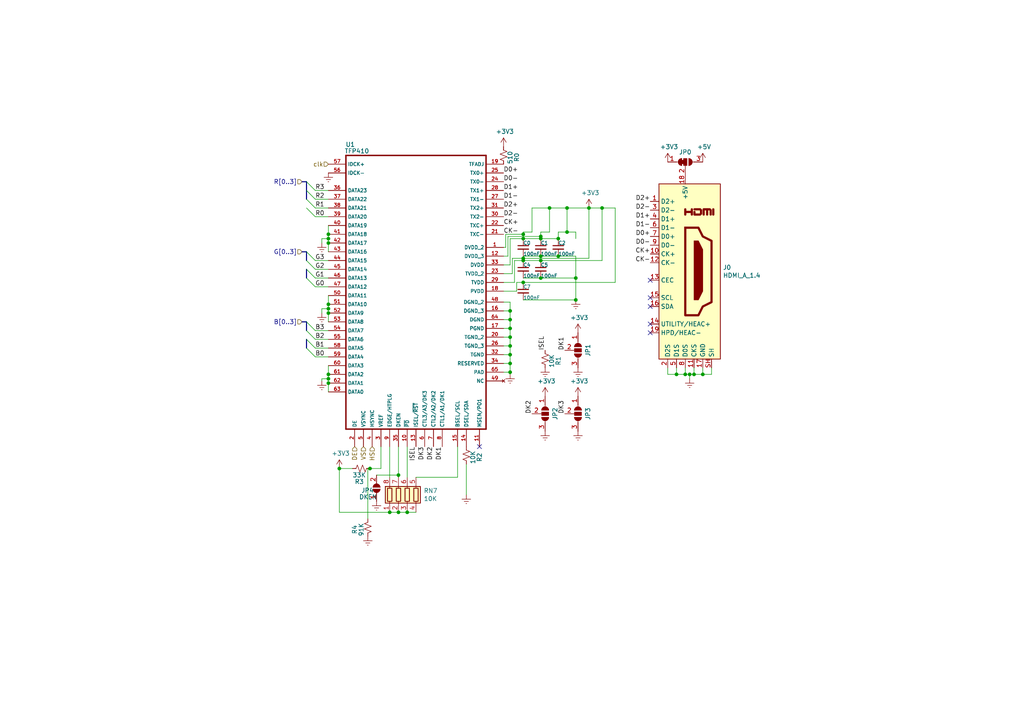
<source format=kicad_sch>
(kicad_sch (version 20200512) (host eeschema "(5.99.0-1662-g9db296991)")
  (page 1 3)
  (paper "A4")
  (lib_symbols
    (symbol "Connector:HDMI_A_1.4" (pin_names (offset 0.508))
      (property "Reference" "J" (at -6.35 26.67 0))
      (property "Value" "HDMI_A_1.4" (at 10.16 26.67 0))
      (symbol "HDMI_A_1.4_0_1"
        (rectangle (start -7.62 25.4) (end 10.16 -25.4) (stroke (width 0.254)) (fill (type background)))
        (polyline (pts (xy 2.54 8.89) (xy 3.81 8.89) (xy 5.08 6.35) (xy 5.08 -5.715) (xy 3.81 -8.255) (xy 2.54 -8.255) (xy 2.54 8.89)) (fill (type outline)))
        (polyline (pts (xy 5.334 16.51) (xy 5.334 18.034) (xy 6.35 18.034) (xy 6.35 16.51) (xy 6.35 18.034) (xy 7.112 18.034) (xy 7.366 17.78) (xy 7.366 16.51)) (stroke (width 0.635)))
        (polyline (pts (xy 0 12.7) (xy 0 -12.7) (xy 3.81 -12.7) (xy 5.08 -10.16) (xy 7.62 -8.89) (xy 7.62 8.89) (xy 5.08 10.16) (xy 3.81 12.7) (xy 0 12.7)) (stroke (width 0.635)))
      )
      (symbol "HDMI_A_1.4_0_0"
        (polyline (pts (xy 8.128 16.51) (xy 8.128 18.034)) (stroke (width 0.635)))
        (polyline (pts (xy 0 16.51) (xy 0 18.034) (xy 0 17.272) (xy 1.905 17.272) (xy 1.905 18.034) (xy 1.905 16.51)) (stroke (width 0.635)))
        (polyline (pts (xy 2.667 18.034) (xy 4.318 18.034) (xy 4.572 17.78) (xy 4.572 16.764) (xy 4.318 16.51) (xy 2.667 16.51) (xy 2.667 17.272)) (stroke (width 0.635)))
      )
      (symbol "HDMI_A_1.4_1_1"
        (pin passive line (at -10.16 20.32 0) (length 2.54) (name "D2+") (number "1"))
        (pin passive line (at -10.16 5.08 0) (length 2.54) (name "CK+") (number "10"))
        (pin power_in line (at 2.54 -27.94 90) (length 2.54) (name "CKS") (number "11"))
        (pin passive line (at -10.16 2.54 0) (length 2.54) (name "CK-") (number "12"))
        (pin bidirectional line (at -10.16 -2.54 0) (length 2.54) (name "CEC") (number "13"))
        (pin passive line (at -10.16 -15.24 0) (length 2.54) (name "UTILITY/HEAC+") (number "14"))
        (pin passive line (at -10.16 -7.62 0) (length 2.54) (name "SCL") (number "15"))
        (pin bidirectional line (at -10.16 -10.16 0) (length 2.54) (name "SDA") (number "16"))
        (pin power_in line (at 5.08 -27.94 90) (length 2.54) (name "GND") (number "17"))
        (pin power_in line (at 0 27.94 270) (length 2.54) (name "+5V") (number "18"))
        (pin passive line (at -10.16 -17.78 0) (length 2.54) (name "HPD/HEAC-") (number "19"))
        (pin power_in line (at -5.08 -27.94 90) (length 2.54) (name "D2S") (number "2"))
        (pin passive line (at -10.16 17.78 0) (length 2.54) (name "D2-") (number "3"))
        (pin passive line (at -10.16 15.24 0) (length 2.54) (name "D1+") (number "4"))
        (pin power_in line (at -2.54 -27.94 90) (length 2.54) (name "D1S") (number "5"))
        (pin passive line (at -10.16 12.7 0) (length 2.54) (name "D1-") (number "6"))
        (pin passive line (at -10.16 10.16 0) (length 2.54) (name "D0+") (number "7"))
        (pin power_in line (at 0 -27.94 90) (length 2.54) (name "D0S") (number "8"))
        (pin passive line (at -10.16 7.62 0) (length 2.54) (name "D0-") (number "9"))
        (pin passive line (at 7.62 -27.94 90) (length 2.54) (name "SH") (number "SH"))
      )
    )
    (symbol "Custom_Symbols:TFP_410"
      (property "Reference" "U" (at 19.05 31.75 0))
      (property "Value" "TFP_410" (at 20.32 36.83 0))
      (symbol "TFP_410_1_1"
        (polyline (pts (xy 0 0) (xy 40.64 0)) (stroke (width 0.4064)))
        (polyline (pts (xy 0 79.375) (xy 0 0)) (stroke (width 0.4064)))
        (polyline (pts (xy 40.64 0) (xy 40.64 79.375)) (stroke (width 0.4064)))
        (polyline (pts (xy 40.64 79.375) (xy 0 79.375)) (stroke (width 0.4064)))
        (pin power_in line (at 45.72 52.705 180) (length 5.08) (name "DVDD_2") (number "1"))
        (pin input line (at 17.78 -5.08 90) (length 5.08) (name "~PD") (number "10"))
        (pin output line (at 38.735 -5.08 90) (length 5.08) (name "MSEN/PO1") (number "11"))
        (pin power_in line (at 45.72 50.165 180) (length 5.08) (name "DVDD_3") (number "12"))
        (pin input line (at 20.32 -5.08 90) (length 5.08) (name "ISEL/~RST") (number "13"))
        (pin bidirectional line (at 34.925 -5.08 90) (length 5.08) (name "DSEL/SDA") (number "14"))
        (pin input line (at 32.385 -5.08 90) (length 5.08) (name "BSEL/SCL") (number "15"))
        (pin passive line (at 45.72 34.29 180) (length 5.08) (name "DGND_3") (number "16"))
        (pin passive line (at 45.72 29.21 180) (length 5.08) (name "PGND") (number "17"))
        (pin power_in line (at 45.72 40.005 180) (length 5.08) (name "PVDD") (number "18"))
        (pin input line (at 45.72 76.835 180) (length 5.08) (name "TFADJ") (number "19"))
        (pin input line (at 2.54 -5.08 90) (length 5.08) (name "DE") (number "2"))
        (pin passive line (at 45.72 26.67 180) (length 5.08) (name "TGND_2") (number "20"))
        (pin output line (at 45.72 56.515 180) (length 5.08) (name "TXC-") (number "21"))
        (pin output line (at 45.72 59.055 180) (length 5.08) (name "TXC+") (number "22"))
        (pin power_in line (at 45.72 45.085 180) (length 5.08) (name "TVDD_2") (number "23"))
        (pin output line (at 45.72 71.755 180) (length 5.08) (name "TX0-") (number "24"))
        (pin output line (at 45.72 74.295 180) (length 5.08) (name "TX0+") (number "25"))
        (pin passive line (at 45.72 24.13 180) (length 5.08) (name "TGND_3") (number "26"))
        (pin output line (at 45.72 66.675 180) (length 5.08) (name "TX1-") (number "27"))
        (pin output line (at 45.72 69.215 180) (length 5.08) (name "TX1+") (number "28"))
        (pin power_in line (at 45.72 42.545 180) (length 5.08) (name "TVDD") (number "29"))
        (pin input line (at 10.16 -5.08 90) (length 5.08) (name "VREF") (number "3"))
        (pin output line (at 45.72 61.595 180) (length 5.08) (name "TX2-") (number "30"))
        (pin output line (at 45.72 64.135 180) (length 5.08) (name "TX2+") (number "31"))
        (pin passive line (at 45.72 21.59 180) (length 5.08) (name "TGND") (number "32"))
        (pin power_in line (at 45.72 47.625 180) (length 5.08) (name "DVDD") (number "33"))
        (pin passive line (at 45.72 19.05 180) (length 5.08) (name "RESERVED") (number "34"))
        (pin input line (at 15.24 -5.08 90) (length 5.08) (name "DKEN") (number "35"))
        (pin input line (at -5.08 69.215 0) (length 5.08) (name "DATA23") (number "36"))
        (pin input line (at -5.08 66.675 0) (length 5.08) (name "DATA22") (number "37"))
        (pin input line (at -5.08 64.135 0) (length 5.08) (name "DATA21") (number "38"))
        (pin input line (at -5.08 61.595 0) (length 5.08) (name "DATA20") (number "39"))
        (pin input line (at 7.62 -5.08 90) (length 5.08) (name "HSYNC") (number "4"))
        (pin input line (at -5.08 59.055 0) (length 5.08) (name "DATA19") (number "40"))
        (pin input line (at -5.08 56.515 0) (length 5.08) (name "DATA18") (number "41"))
        (pin input line (at -5.08 53.975 0) (length 5.08) (name "DATA17") (number "42"))
        (pin input line (at -5.08 51.435 0) (length 5.08) (name "DATA16") (number "43"))
        (pin input line (at -5.08 48.895 0) (length 5.08) (name "DATA15") (number "44"))
        (pin input line (at -5.08 46.355 0) (length 5.08) (name "DATA14") (number "45"))
        (pin input line (at -5.08 43.815 0) (length 5.08) (name "DATA13") (number "46"))
        (pin input line (at -5.08 41.275 0) (length 5.08) (name "DATA12") (number "47"))
        (pin passive line (at 45.72 36.83 180) (length 5.08) (name "DGND_2") (number "48"))
        (pin unconnected line (at 45.72 13.97 180) (length 5.08) (name "NC") (number "49"))
        (pin input line (at 5.08 -5.08 90) (length 5.08) (name "VSYNC") (number "5"))
        (pin input line (at -5.08 38.735 0) (length 5.08) (name "DATA11") (number "50"))
        (pin input line (at -5.08 36.195 0) (length 5.08) (name "DATA10") (number "51"))
        (pin input line (at -5.08 33.655 0) (length 5.08) (name "DATA9") (number "52"))
        (pin input line (at -5.08 31.115 0) (length 5.08) (name "DATA8") (number "53"))
        (pin input line (at -5.08 28.575 0) (length 5.08) (name "DATA7") (number "54"))
        (pin input line (at -5.08 26.035 0) (length 5.08) (name "DATA6") (number "55"))
        (pin input line (at -5.08 74.295 0) (length 5.08) (name "IDCK-") (number "56"))
        (pin input line (at -5.08 76.835 0) (length 5.08) (name "IDCK+") (number "57"))
        (pin input line (at -5.08 23.495 0) (length 5.08) (name "DATA5") (number "58"))
        (pin input line (at -5.08 20.955 0) (length 5.08) (name "DATA4") (number "59"))
        (pin input line (at 22.86 -5.08 90) (length 5.08) (name "CTL3/A3/DK3") (number "6"))
        (pin input line (at -5.08 18.415 0) (length 5.08) (name "DATA3") (number "60"))
        (pin input line (at -5.08 15.875 0) (length 5.08) (name "DATA2") (number "61"))
        (pin input line (at -5.08 13.335 0) (length 5.08) (name "DATA1") (number "62"))
        (pin input line (at -5.08 10.795 0) (length 5.08) (name "DATA0") (number "63"))
        (pin passive line (at 45.72 31.75 180) (length 5.08) (name "DGND") (number "64"))
        (pin passive line (at 45.72 16.51 180) (length 5.08) (name "PAD") (number "65"))
        (pin input line (at 25.4 -5.08 90) (length 5.08) (name "CTL2/A2/DK2") (number "7"))
        (pin input line (at 27.94 -5.08 90) (length 5.08) (name "CTL1/A1/DK1") (number "8"))
        (pin input line (at 12.7 -5.08 90) (length 5.08) (name "EDGE/HTPLG") (number "9"))
      )
    )
    (symbol "Device:C_Small" (pin_numbers hide) (pin_names (offset 0.254) hide)
      (property "Reference" "C" (at 0.254 1.778 0))
      (property "Value" "C_Small" (at 0.254 -2.032 0))
      (symbol "C_Small_0_1"
        (polyline (pts (xy -1.524 -0.508) (xy 1.524 -0.508)) (stroke (width 0.3302)))
        (polyline (pts (xy -1.524 0.508) (xy 1.524 0.508)) (stroke (width 0.3048)))
      )
      (symbol "C_Small_1_1"
        (pin passive line (at 0 2.54 270) (length 2.032) (name "~") (number "1"))
        (pin passive line (at 0 -2.54 90) (length 2.032) (name "~") (number "2"))
      )
    )
    (symbol "Device:R_Pack04" (pin_names (offset 0) hide)
      (property "Reference" "RN" (at -7.62 0 90))
      (property "Value" "R_Pack04" (at 5.08 0 90))
      (symbol "R_Pack04_0_1"
        (rectangle (start -3.175 1.905) (end -1.905 -1.905) (stroke (width 0.254)))
        (rectangle (start -5.715 1.905) (end -4.445 -1.905) (stroke (width 0.254)))
        (rectangle (start -0.635 1.905) (end 0.635 -1.905) (stroke (width 0.254)))
        (rectangle (start -6.35 -2.413) (end 3.81 2.413) (stroke (width 0.254)) (fill (type background)))
        (rectangle (start 1.905 1.905) (end 3.175 -1.905) (stroke (width 0.254)))
        (polyline (pts (xy -2.54 -2.54) (xy -2.54 -1.905)))
        (polyline (pts (xy -2.54 1.905) (xy -2.54 2.54)))
        (polyline (pts (xy -5.08 -2.54) (xy -5.08 -1.905)))
        (polyline (pts (xy -5.08 1.905) (xy -5.08 2.54)))
        (polyline (pts (xy 0 -2.54) (xy 0 -1.905)))
        (polyline (pts (xy 0 1.905) (xy 0 2.54)))
        (polyline (pts (xy 2.54 -2.54) (xy 2.54 -1.905)))
        (polyline (pts (xy 2.54 1.905) (xy 2.54 2.54)))
      )
      (symbol "R_Pack04_1_1"
        (pin passive line (at -5.08 -5.08 90) (length 2.54) (name "R1.1") (number "1"))
        (pin passive line (at -5.08 5.08 270) (length 2.54) (name "R1.2") (number "8"))
        (pin passive line (at -2.54 -5.08 90) (length 2.54) (name "R2.1") (number "2"))
        (pin passive line (at -2.54 5.08 270) (length 2.54) (name "R2.2") (number "7"))
        (pin passive line (at 0 -5.08 90) (length 2.54) (name "R3.1") (number "3"))
        (pin passive line (at 0 5.08 270) (length 2.54) (name "R3.2") (number "6"))
        (pin passive line (at 2.54 -5.08 90) (length 2.54) (name "R4.1") (number "4"))
        (pin passive line (at 2.54 5.08 270) (length 2.54) (name "R4.2") (number "5"))
      )
    )
    (symbol "Device:R_Small_US" (pin_numbers hide) (pin_names (offset 0.254) hide)
      (property "Reference" "R" (at 0.762 0.508 0))
      (property "Value" "R_Small_US" (at 0.762 -1.016 0))
      (symbol "R_Small_US_1_1"
        (polyline (pts (xy 0 0) (xy 1.016 -0.381) (xy 0 -0.762) (xy -1.016 -1.143) (xy 0 -1.524)))
        (polyline (pts (xy 0 1.524) (xy 1.016 1.143) (xy 0 0.762) (xy -1.016 0.381) (xy 0 0)))
        (pin passive line (at 0 2.54 270) (length 1.016) (name "~") (number "1"))
        (pin passive line (at 0 -2.54 90) (length 1.016) (name "~") (number "2"))
      )
    )
    (symbol "Jumper:SolderJumper_2_Open" (pin_names (offset 0) hide)
      (property "Reference" "JP" (at 0 2.032 0))
      (property "Value" "SolderJumper_2_Open" (at 0 -2.54 0))
      (symbol "SolderJumper_2_Open_0_1"
        (arc (start -0.254 1.016) (end -0.254 -1.016) (radius (at -0.254 0) (length 1.016) (angles 90.1 -90.1)))
        (arc (start -0.254 1.016) (end -0.254 -1.016) (radius (at -0.254 0) (length 1.016) (angles 90.1 -90.1)) (fill (type outline)))
        (arc (start 0.254 -1.016) (end 0.254 1.016) (radius (at 0.254 0) (length 1.016) (angles -89.9 89.9)))
        (arc (start 0.254 -1.016) (end 0.254 1.016) (radius (at 0.254 0) (length 1.016) (angles -89.9 89.9)) (fill (type outline)))
        (polyline (pts (xy -0.254 1.016) (xy -0.254 -1.016)))
        (polyline (pts (xy 0.254 1.016) (xy 0.254 -1.016)))
      )
      (symbol "SolderJumper_2_Open_1_1"
        (pin passive line (at -3.81 0 0) (length 2.54) (name "A") (number "1"))
        (pin passive line (at 3.81 0 180) (length 2.54) (name "B") (number "2"))
      )
    )
    (symbol "Jumper:SolderJumper_3_Bridged12" (pin_names (offset 0) hide)
      (property "Reference" "JP" (at -2.54 -2.54 0))
      (property "Value" "SolderJumper_3_Bridged12" (at 0 2.794 0))
      (symbol "SolderJumper_3_Bridged12_0_1"
        (arc (start -1.016 1.016) (end -1.016 -1.016) (radius (at -1.016 0) (length 1.016) (angles 90.1 -90.1)))
        (arc (start -1.016 1.016) (end -1.016 -1.016) (radius (at -1.016 0) (length 1.016) (angles 90.1 -90.1)) (fill (type outline)))
        (arc (start 1.016 -1.016) (end 1.016 1.016) (radius (at 1.016 0) (length 1.016) (angles -89.9 89.9)))
        (arc (start 1.016 -1.016) (end 1.016 1.016) (radius (at 1.016 0) (length 1.016) (angles -89.9 89.9)) (fill (type outline)))
        (rectangle (start -1.016 0.508) (end -0.508 -0.508) (fill (type outline)))
        (rectangle (start -0.508 1.016) (end 0.508 -1.016) (fill (type outline)))
        (polyline (pts (xy -2.54 0) (xy -2.032 0)))
        (polyline (pts (xy -1.016 1.016) (xy -1.016 -1.016)))
        (polyline (pts (xy 0 -1.27) (xy 0 -1.016)))
        (polyline (pts (xy 1.016 1.016) (xy 1.016 -1.016)))
        (polyline (pts (xy 2.54 0) (xy 2.032 0)))
      )
      (symbol "SolderJumper_3_Bridged12_1_1"
        (pin passive line (at -5.08 0 0) (length 2.54) (name "A") (number "1"))
        (pin input line (at 0 -3.81 90) (length 2.54) (name "C") (number "2"))
        (pin passive line (at 5.08 0 180) (length 2.54) (name "B") (number "3"))
      )
    )
    (symbol "Jumper:SolderJumper_3_Open" (pin_names (offset 0) hide)
      (property "Reference" "JP" (at -2.54 -2.54 0))
      (property "Value" "SolderJumper_3_Open" (at 0 2.794 0))
      (symbol "SolderJumper_3_Open_0_1"
        (arc (start -1.016 1.016) (end -1.016 -1.016) (radius (at -1.016 0) (length 1.016) (angles 90.1 -90.1)))
        (arc (start -1.016 1.016) (end -1.016 -1.016) (radius (at -1.016 0) (length 1.016) (angles 90.1 -90.1)) (fill (type outline)))
        (arc (start 1.016 -1.016) (end 1.016 1.016) (radius (at 1.016 0) (length 1.016) (angles -89.9 89.9)))
        (arc (start 1.016 -1.016) (end 1.016 1.016) (radius (at 1.016 0) (length 1.016) (angles -89.9 89.9)) (fill (type outline)))
        (rectangle (start -0.508 1.016) (end 0.508 -1.016) (fill (type outline)))
        (polyline (pts (xy -2.54 0) (xy -2.032 0)))
        (polyline (pts (xy -1.016 1.016) (xy -1.016 -1.016)))
        (polyline (pts (xy 0 -1.27) (xy 0 -1.016)))
        (polyline (pts (xy 1.016 1.016) (xy 1.016 -1.016)))
        (polyline (pts (xy 2.54 0) (xy 2.032 0)))
      )
      (symbol "SolderJumper_3_Open_1_1"
        (pin passive line (at -5.08 0 0) (length 2.54) (name "A") (number "1"))
        (pin input line (at 0 -3.81 90) (length 2.54) (name "C") (number "2"))
        (pin passive line (at 5.08 0 180) (length 2.54) (name "B") (number "3"))
      )
    )
    (symbol "power:+3V3" (power) (pin_names (offset 0))
      (property "Value" "+3V3" (at 0 3.556 0))
      (symbol "+3V3_0_1"
        (polyline (pts (xy -0.762 1.27) (xy 0 2.54)))
        (polyline (pts (xy 0 0) (xy 0 2.54)))
        (polyline (pts (xy 0 2.54) (xy 0.762 1.27)))
      )
      (symbol "+3V3_1_1"
        (pin power_in line (at 0 0 90) (length 0) (name "+3V3") (number "1") hide)
      )
    )
    (symbol "power:+5V" (power) (pin_names (offset 0))
      (property "Value" "+5V" (at 0 3.556 0))
      (symbol "+5V_0_1"
        (polyline (pts (xy -0.762 1.27) (xy 0 2.54)))
        (polyline (pts (xy 0 0) (xy 0 2.54)))
        (polyline (pts (xy 0 2.54) (xy 0.762 1.27)))
      )
      (symbol "+5V_1_1"
        (pin power_in line (at 0 0 90) (length 0) (name "+5V") (number "1") hide)
      )
    )
    (symbol "power:GNDREF" (power) (pin_names (offset 0))
      (property "Value" "GNDREF" (at 0 -3.81 0))
      (symbol "GNDREF_0_1"
        (polyline (pts (xy -0.635 -1.905) (xy 0.635 -1.905)))
        (polyline (pts (xy -0.127 -2.54) (xy 0.127 -2.54)))
        (polyline (pts (xy 0 -1.27) (xy 0 0)))
        (polyline (pts (xy 1.27 -1.27) (xy -1.27 -1.27)))
      )
      (symbol "GNDREF_1_1"
        (pin power_in line (at 0 0 270) (length 0) (name "GNDREF") (number "1") hide)
      )
    )
  )
  (junction (at 95.25 67.945))
  (junction (at 95.25 69.215))
  (junction (at 95.25 70.485))
  (junction (at 95.25 88.265))
  (junction (at 95.25 89.535))
  (junction (at 95.25 90.805))
  (junction (at 95.25 108.585))
  (junction (at 95.25 109.855))
  (junction (at 95.25 111.125))
  (junction (at 98.425 135.89))
  (junction (at 107.315 135.89))
  (junction (at 113.03 148.59))
  (junction (at 115.57 137.795))
  (junction (at 115.57 148.59))
  (junction (at 118.11 148.59))
  (junction (at 147.955 90.17))
  (junction (at 147.955 92.71))
  (junction (at 147.955 95.25))
  (junction (at 147.955 97.79))
  (junction (at 147.955 100.33))
  (junction (at 147.955 102.87))
  (junction (at 147.955 105.41))
  (junction (at 147.955 107.95))
  (junction (at 151.765 67.945))
  (junction (at 151.765 69.215))
  (junction (at 151.765 74.93))
  (junction (at 151.765 75.565))
  (junction (at 151.765 81.915))
  (junction (at 156.845 68.58))
  (junction (at 156.845 69.215))
  (junction (at 156.845 74.295))
  (junction (at 156.845 75.565))
  (junction (at 156.845 80.645))
  (junction (at 159.385 60.325))
  (junction (at 161.925 69.215))
  (junction (at 161.925 74.295))
  (junction (at 164.465 60.325))
  (junction (at 164.465 67.31))
  (junction (at 167.005 80.645))
  (junction (at 167.005 86.995))
  (junction (at 170.815 60.325))
  (junction (at 174.625 60.325))
  (junction (at 196.215 108.585))
  (junction (at 198.755 108.585))
  (junction (at 200.025 108.585))
  (junction (at 201.295 108.585))
  (junction (at 203.835 108.585))
  (no_connect (at 188.595 93.98))
  (no_connect (at 188.595 86.36))
  (no_connect (at 188.595 88.9))
  (no_connect (at 188.595 81.28))
  (no_connect (at 188.595 96.52))
  (no_connect (at 139.065 129.54))
  (bus_entry (at 88.9 52.705) (size 2.54 2.54))
  (bus_entry (at 88.9 55.245) (size 2.54 2.54))
  (bus_entry (at 88.9 57.785) (size 2.54 2.54))
  (bus_entry (at 88.9 60.325) (size 2.54 2.54))
  (bus_entry (at 88.9 73.025) (size 2.54 2.54))
  (bus_entry (at 88.9 75.565) (size 2.54 2.54))
  (bus_entry (at 88.9 78.105) (size 2.54 2.54))
  (bus_entry (at 88.9 80.645) (size 2.54 2.54))
  (bus_entry (at 88.9 93.345) (size 2.54 2.54))
  (bus_entry (at 88.9 95.885) (size 2.54 2.54))
  (bus_entry (at 88.9 98.425) (size 2.54 2.54))
  (bus_entry (at 88.9 100.965) (size 2.54 2.54))
  (wire (pts (xy 91.44 55.245) (xy 95.25 55.245)))
  (wire (pts (xy 91.44 60.325) (xy 95.25 60.325)))
  (wire (pts (xy 91.44 80.645) (xy 95.25 80.645)))
  (wire (pts (xy 93.345 69.215) (xy 95.25 69.215)))
  (wire (pts (xy 93.345 70.485) (xy 93.345 69.215)))
  (wire (pts (xy 93.345 89.535) (xy 95.25 89.535)))
  (wire (pts (xy 93.345 90.805) (xy 93.345 89.535)))
  (wire (pts (xy 93.345 109.855) (xy 95.25 109.855)))
  (wire (pts (xy 93.345 110.49) (xy 93.345 109.855)))
  (wire (pts (xy 95.25 57.785) (xy 91.44 57.785)))
  (wire (pts (xy 95.25 62.865) (xy 91.44 62.865)))
  (wire (pts (xy 95.25 65.405) (xy 95.25 67.945)))
  (wire (pts (xy 95.25 67.945) (xy 95.25 69.215)))
  (wire (pts (xy 95.25 69.215) (xy 95.25 70.485)))
  (wire (pts (xy 95.25 70.485) (xy 95.25 73.025)))
  (wire (pts (xy 95.25 75.565) (xy 91.44 75.565)))
  (wire (pts (xy 95.25 78.105) (xy 91.44 78.105)))
  (wire (pts (xy 95.25 83.185) (xy 91.44 83.185)))
  (wire (pts (xy 95.25 85.725) (xy 95.25 88.265)))
  (wire (pts (xy 95.25 88.265) (xy 95.25 89.535)))
  (wire (pts (xy 95.25 89.535) (xy 95.25 90.805)))
  (wire (pts (xy 95.25 90.805) (xy 95.25 93.345)))
  (wire (pts (xy 95.25 95.885) (xy 91.44 95.885)))
  (wire (pts (xy 95.25 98.425) (xy 91.44 98.425)))
  (wire (pts (xy 95.25 100.965) (xy 91.44 100.965)))
  (wire (pts (xy 95.25 103.505) (xy 91.44 103.505)))
  (wire (pts (xy 95.25 106.045) (xy 95.25 108.585)))
  (wire (pts (xy 95.25 108.585) (xy 95.25 109.855)))
  (wire (pts (xy 95.25 109.855) (xy 95.25 111.125)))
  (wire (pts (xy 95.25 111.125) (xy 95.25 113.665)))
  (wire (pts (xy 98.425 135.89) (xy 98.425 148.59)))
  (wire (pts (xy 98.425 148.59) (xy 113.03 148.59)))
  (wire (pts (xy 102.235 135.89) (xy 98.425 135.89)))
  (wire (pts (xy 106.68 135.89) (xy 107.315 135.89)))
  (wire (pts (xy 106.68 150.495) (xy 106.68 135.89)))
  (wire (pts (xy 109.22 137.795) (xy 115.57 137.795)))
  (wire (pts (xy 110.49 129.54) (xy 110.49 135.89)))
  (wire (pts (xy 110.49 135.89) (xy 107.315 135.89)))
  (wire (pts (xy 113.03 129.54) (xy 113.03 138.43)))
  (wire (pts (xy 113.03 148.59) (xy 115.57 148.59)))
  (wire (pts (xy 115.57 129.54) (xy 115.57 137.795)))
  (wire (pts (xy 115.57 137.795) (xy 115.57 138.43)))
  (wire (pts (xy 115.57 148.59) (xy 118.11 148.59)))
  (wire (pts (xy 118.11 129.54) (xy 118.11 138.43)))
  (wire (pts (xy 118.11 148.59) (xy 120.65 148.59)))
  (wire (pts (xy 132.715 129.54) (xy 132.715 138.43)))
  (wire (pts (xy 132.715 138.43) (xy 120.65 138.43)))
  (wire (pts (xy 135.255 134.62) (xy 135.255 143.51)))
  (wire (pts (xy 146.05 71.755) (xy 146.685 71.755)))
  (wire (pts (xy 146.05 74.295) (xy 147.32 74.295)))
  (wire (pts (xy 146.05 76.835) (xy 147.955 76.835)))
  (wire (pts (xy 146.05 79.375) (xy 148.59 79.375)))
  (wire (pts (xy 146.05 81.915) (xy 149.225 81.915)))
  (wire (pts (xy 146.05 84.455) (xy 149.86 84.455)))
  (wire (pts (xy 146.05 87.63) (xy 147.955 87.63)))
  (wire (pts (xy 146.05 90.17) (xy 147.955 90.17)))
  (wire (pts (xy 146.05 95.25) (xy 147.955 95.25)))
  (wire (pts (xy 146.05 100.33) (xy 147.955 100.33)))
  (wire (pts (xy 146.05 105.41) (xy 147.955 105.41)))
  (wire (pts (xy 146.685 67.945) (xy 151.765 67.945)))
  (wire (pts (xy 146.685 71.755) (xy 146.685 67.945)))
  (wire (pts (xy 147.32 68.58) (xy 156.845 68.58)))
  (wire (pts (xy 147.32 74.295) (xy 147.32 68.58)))
  (wire (pts (xy 147.955 69.215) (xy 147.955 76.835)))
  (wire (pts (xy 147.955 69.215) (xy 151.765 69.215)))
  (wire (pts (xy 147.955 87.63) (xy 147.955 90.17)))
  (wire (pts (xy 147.955 90.17) (xy 147.955 92.71)))
  (wire (pts (xy 147.955 92.71) (xy 146.05 92.71)))
  (wire (pts (xy 147.955 92.71) (xy 147.955 95.25)))
  (wire (pts (xy 147.955 95.25) (xy 147.955 97.79)))
  (wire (pts (xy 147.955 97.79) (xy 146.05 97.79)))
  (wire (pts (xy 147.955 97.79) (xy 147.955 100.33)))
  (wire (pts (xy 147.955 100.33) (xy 147.955 102.87)))
  (wire (pts (xy 147.955 102.87) (xy 146.05 102.87)))
  (wire (pts (xy 147.955 102.87) (xy 147.955 105.41)))
  (wire (pts (xy 147.955 105.41) (xy 147.955 107.95)))
  (wire (pts (xy 147.955 107.95) (xy 146.05 107.95)))
  (wire (pts (xy 147.955 108.585) (xy 147.955 107.95)))
  (wire (pts (xy 148.59 74.93) (xy 151.765 74.93)))
  (wire (pts (xy 148.59 79.375) (xy 148.59 74.93)))
  (wire (pts (xy 149.225 75.565) (xy 151.765 75.565)))
  (wire (pts (xy 149.225 81.915) (xy 149.225 75.565)))
  (wire (pts (xy 149.86 81.915) (xy 151.765 81.915)))
  (wire (pts (xy 149.86 84.455) (xy 149.86 81.915)))
  (wire (pts (xy 151.765 67.31) (xy 151.765 67.945)))
  (wire (pts (xy 151.765 67.945) (xy 151.765 69.215)))
  (wire (pts (xy 151.765 69.215) (xy 156.845 69.215)))
  (wire (pts (xy 151.765 74.295) (xy 156.845 74.295)))
  (wire (pts (xy 151.765 74.93) (xy 170.815 74.93)))
  (wire (pts (xy 151.765 75.565) (xy 151.765 74.93)))
  (wire (pts (xy 151.765 75.565) (xy 156.845 75.565)))
  (wire (pts (xy 151.765 80.645) (xy 156.845 80.645)))
  (wire (pts (xy 151.765 81.915) (xy 178.435 81.915)))
  (wire (pts (xy 151.765 86.995) (xy 167.005 86.995)))
  (wire (pts (xy 154.305 60.325) (xy 154.305 67.31)))
  (wire (pts (xy 154.305 60.325) (xy 159.385 60.325)))
  (wire (pts (xy 154.305 67.31) (xy 151.765 67.31)))
  (wire (pts (xy 156.845 67.31) (xy 156.845 68.58)))
  (wire (pts (xy 156.845 68.58) (xy 156.845 69.215)))
  (wire (pts (xy 156.845 69.215) (xy 161.925 69.215)))
  (wire (pts (xy 156.845 74.295) (xy 161.925 74.295)))
  (wire (pts (xy 156.845 75.565) (xy 174.625 75.565)))
  (wire (pts (xy 156.845 80.645) (xy 167.005 80.645)))
  (wire (pts (xy 159.385 60.325) (xy 159.385 67.31)))
  (wire (pts (xy 159.385 60.325) (xy 164.465 60.325)))
  (wire (pts (xy 159.385 67.31) (xy 156.845 67.31)))
  (wire (pts (xy 161.925 67.31) (xy 161.925 69.215)))
  (wire (pts (xy 161.925 67.31) (xy 164.465 67.31)))
  (wire (pts (xy 161.925 74.295) (xy 167.005 74.295)))
  (wire (pts (xy 164.465 60.325) (xy 164.465 67.31)))
  (wire (pts (xy 164.465 60.325) (xy 170.815 60.325)))
  (wire (pts (xy 164.465 67.31) (xy 167.005 67.31)))
  (wire (pts (xy 167.005 67.31) (xy 167.005 69.215)))
  (wire (pts (xy 167.005 74.295) (xy 167.005 80.645)))
  (wire (pts (xy 167.005 80.645) (xy 167.005 86.995)))
  (wire (pts (xy 170.815 60.325) (xy 170.815 74.93)))
  (wire (pts (xy 170.815 60.325) (xy 174.625 60.325)))
  (wire (pts (xy 174.625 60.325) (xy 174.625 75.565)))
  (wire (pts (xy 174.625 60.325) (xy 178.435 60.325)))
  (wire (pts (xy 178.435 60.325) (xy 178.435 81.915)))
  (wire (pts (xy 193.675 106.68) (xy 193.675 108.585)))
  (wire (pts (xy 193.675 108.585) (xy 196.215 108.585)))
  (wire (pts (xy 196.215 106.68) (xy 196.215 108.585)))
  (wire (pts (xy 196.215 108.585) (xy 198.755 108.585)))
  (wire (pts (xy 198.755 106.68) (xy 198.755 108.585)))
  (wire (pts (xy 198.755 108.585) (xy 200.025 108.585)))
  (wire (pts (xy 200.025 108.585) (xy 201.295 108.585)))
  (wire (pts (xy 200.025 109.855) (xy 200.025 108.585)))
  (wire (pts (xy 201.295 106.68) (xy 201.295 108.585)))
  (wire (pts (xy 201.295 108.585) (xy 203.835 108.585)))
  (wire (pts (xy 203.835 106.68) (xy 203.835 108.585)))
  (wire (pts (xy 203.835 108.585) (xy 206.375 108.585)))
  (wire (pts (xy 206.375 108.585) (xy 206.375 106.68)))
  (bus (pts (xy 88.9 52.705) (xy 87.63 52.705)))
  (bus (pts (xy 88.9 52.705) (xy 88.9 55.245)))
  (bus (pts (xy 88.9 55.245) (xy 88.9 60.325)))
  (bus (pts (xy 88.9 73.025) (xy 87.63 73.025)))
  (bus (pts (xy 88.9 73.025) (xy 88.9 78.105)))
  (bus (pts (xy 88.9 78.105) (xy 88.9 80.645)))
  (bus (pts (xy 88.9 93.345) (xy 87.63 93.345)))
  (bus (pts (xy 88.9 93.345) (xy 88.9 98.425)))
  (bus (pts (xy 88.9 98.425) (xy 88.9 100.965)))
  (label "R3" (at 91.44 55.245 0))
  (label "R2" (at 91.44 57.785 0))
  (label "R1" (at 91.44 60.325 0))
  (label "R0" (at 91.44 62.865 0))
  (label "G3" (at 91.44 75.565 0))
  (label "G2" (at 91.44 78.105 0))
  (label "G1" (at 91.44 80.645 0))
  (label "G0" (at 91.44 83.185 0))
  (label "B3" (at 91.44 95.885 0))
  (label "B2" (at 91.44 98.425 0))
  (label "B1" (at 91.44 100.965 0))
  (label "B0" (at 91.44 103.505 0))
  (label "ISEL" (at 120.65 129.54 270))
  (label "DK3" (at 123.19 129.54 270))
  (label "DK2" (at 125.73 129.54 270))
  (label "DK1" (at 128.27 129.54 270))
  (label "D0+" (at 146.05 50.165 0))
  (label "D0-" (at 146.05 52.705 0))
  (label "D1+" (at 146.05 55.245 0))
  (label "D1-" (at 146.05 57.785 0))
  (label "D2+" (at 146.05 60.325 0))
  (label "D2-" (at 146.05 62.865 0))
  (label "CK+" (at 146.05 65.405 0))
  (label "CK-" (at 146.05 67.945 0))
  (label "DK2" (at 154.305 120.015 90))
  (label "ISEL" (at 158.115 101.6 90))
  (label "DK1" (at 163.83 101.6 90))
  (label "DK3" (at 163.83 120.015 90))
  (label "D2+" (at 188.595 58.42 180))
  (label "D2-" (at 188.595 60.96 180))
  (label "D1+" (at 188.595 63.5 180))
  (label "D1-" (at 188.595 66.04 180))
  (label "D0+" (at 188.595 68.58 180))
  (label "D0-" (at 188.595 71.12 180))
  (label "CK+" (at 188.595 73.66 180))
  (label "CK-" (at 188.595 76.2 180))
  (hierarchical_label "R[0..3]" (shape input) (at 87.63 52.705 180))
  (hierarchical_label "G[0..3]" (shape input) (at 87.63 73.025 180))
  (hierarchical_label "B[0..3]" (shape input) (at 87.63 93.345 180))
  (hierarchical_label "clk" (shape input) (at 95.25 47.625 180))
  (hierarchical_label "DE" (shape input) (at 102.87 129.54 270))
  (hierarchical_label "VS" (shape input) (at 105.41 129.54 270))
  (hierarchical_label "HS" (shape input) (at 107.95 129.54 270))
  (symbol (lib_id "power:+3V3") (at 98.425 135.89 0) (unit 1)
    (property "Reference" "#PWR036" (effects hide))
    (property "Value" "+3V3" (at 98.806 131.4958 0))
  )
  (symbol (lib_id "power:+3V3") (at 146.05 42.545 0) (unit 1)
    (property "Reference" "#PWR018" (effects hide))
    (property "Value" "+3V3" (at 146.431 38.1508 0))
  )
  (symbol (lib_id "power:+3V3") (at 158.115 114.935 0) (unit 1)
    (property "Reference" "#PWR032" (effects hide))
    (property "Value" "+3V3" (at 158.496 110.5408 0))
  )
  (symbol (lib_id "power:+3V3") (at 167.64 96.52 0) (unit 1)
    (property "Reference" "#PWR026" (effects hide))
    (property "Value" "+3V3" (at 168.021 92.1258 0))
  )
  (symbol (lib_id "power:+3V3") (at 167.64 114.935 0) (unit 1)
    (property "Reference" "#PWR033" (effects hide))
    (property "Value" "+3V3" (at 168.021 110.5408 0))
  )
  (symbol (lib_id "power:+3V3") (at 170.815 60.325 0) (unit 1)
    (property "Reference" "#PWR022" (effects hide))
    (property "Value" "+3V3" (at 171.196 55.9308 0))
  )
  (symbol (lib_id "power:+3V3") (at 193.675 46.99 0) (unit 1)
    (property "Reference" "#PWR019" (effects hide))
    (property "Value" "+3V3" (at 194.056 42.5958 0))
  )
  (symbol (lib_id "power:+5V") (at 203.835 46.99 0) (unit 1)
    (property "Reference" "#PWR020" (effects hide))
    (property "Value" "+5V" (at 204.216 42.5958 0))
  )
  (symbol (lib_id "power:GNDREF") (at 93.345 70.485 0) (unit 1)
    (property "Reference" "#PWR023" (effects hide))
    (property "Value" "GNDREF" (effects hide))
  )
  (symbol (lib_id "power:GNDREF") (at 93.345 90.805 0) (unit 1)
    (property "Reference" "#PWR025" (effects hide))
    (property "Value" "GNDREF" (effects hide))
  )
  (symbol (lib_id "power:GNDREF") (at 93.345 110.49 0) (unit 1)
    (property "Reference" "#PWR031" (effects hide))
    (property "Value" "GNDREF" (effects hide))
  )
  (symbol (lib_id "power:GNDREF") (at 95.25 50.165 0) (unit 1)
    (property "Reference" "#PWR021" (effects hide))
    (property "Value" "GNDREF" (effects hide))
  )
  (symbol (lib_id "power:GNDREF") (at 106.68 155.575 0) (unit 1)
    (property "Reference" "#PWR038" (effects hide))
    (property "Value" "GNDREF" (effects hide))
  )
  (symbol (lib_id "power:GNDREF") (at 109.22 145.415 0) (unit 1)
    (property "Reference" "#PWR037" (effects hide))
    (property "Value" "GNDREF" (effects hide))
  )
  (symbol (lib_id "power:GNDREF") (at 135.255 143.51 0) (unit 1)
    (property "Reference" "#PWR0107" (effects hide))
    (property "Value" "GNDREF" (effects hide))
  )
  (symbol (lib_id "power:GNDREF") (at 147.955 108.585 0) (unit 1)
    (property "Reference" "#PWR029" (effects hide))
    (property "Value" "GNDREF" (effects hide))
  )
  (symbol (lib_id "power:GNDREF") (at 158.115 106.68 0) (unit 1)
    (property "Reference" "#PWR027" (effects hide))
    (property "Value" "GNDREF" (effects hide))
  )
  (symbol (lib_id "power:GNDREF") (at 158.115 125.095 0) (unit 1)
    (property "Reference" "#PWR034" (effects hide))
    (property "Value" "GNDREF" (effects hide))
  )
  (symbol (lib_id "power:GNDREF") (at 167.005 86.995 0) (unit 1)
    (property "Reference" "#PWR024" (effects hide))
    (property "Value" "GNDREF" (effects hide))
  )
  (symbol (lib_id "power:GNDREF") (at 167.64 106.68 0) (unit 1)
    (property "Reference" "#PWR028" (effects hide))
    (property "Value" "GNDREF" (effects hide))
  )
  (symbol (lib_id "power:GNDREF") (at 167.64 125.095 0) (unit 1)
    (property "Reference" "#PWR035" (effects hide))
    (property "Value" "GNDREF" (effects hide))
  )
  (symbol (lib_id "power:GNDREF") (at 200.025 109.855 0) (unit 1)
    (property "Reference" "#PWR030" (effects hide))
    (property "Value" "GNDREF" (effects hide))
  )
  (symbol (lib_id "Device:R_Small_US") (at 104.775 135.89 270) (unit 1)
    (property "Reference" "R3" (at 102.87 139.7 90) (effects (justify left)))
    (property "Value" "33K" (at 102.235 137.795 90) (effects (justify left)))
    (property "Footprint" "Resistor_SMD:R_0603_1608Metric" (effects hide))
  )
  (symbol (lib_id "Device:R_Small_US") (at 106.68 153.035 0) (mirror y) (unit 1)
    (property "Reference" "R4" (at 102.87 154.94 90) (effects (justify left)))
    (property "Value" "91K" (at 104.775 155.575 90) (effects (justify left)))
    (property "Footprint" "Resistor_SMD:R_0603_1608Metric" (effects hide))
  )
  (symbol (lib_id "Device:R_Small_US") (at 135.255 132.08 0) (unit 1)
    (property "Reference" "R2" (at 139.065 133.985 90) (effects (justify left)))
    (property "Value" "10K" (at 137.16 134.62 90) (effects (justify left)))
    (property "Footprint" "Resistor_SMD:R_0603_1608Metric" (effects hide))
  )
  (symbol (lib_id "Device:R_Small_US") (at 146.05 45.085 0) (unit 1)
    (property "Reference" "R0" (at 149.86 46.99 90) (effects (justify left)))
    (property "Value" "510" (at 147.955 47.625 90) (effects (justify left)))
    (property "Footprint" "Resistor_SMD:R_0603_1608Metric_Pad1.05x0.95mm_HandSolder" (effects hide))
  )
  (symbol (lib_id "Device:R_Small_US") (at 158.115 104.14 0) (unit 1)
    (property "Reference" "R1" (at 161.925 106.045 90) (effects (justify left)))
    (property "Value" "10K" (at 160.02 106.68 90) (effects (justify left)))
    (property "Footprint" "Resistor_SMD:R_0603_1608Metric" (effects hide))
  )
  (symbol (lib_id "Device:C_Small") (at 151.765 71.755 0) (unit 1)
    (property "Reference" "C0" (at 151.765 70.485 0) (effects (font (size 1.016 1.016)) (justify left)))
    (property "Value" "100nF" (at 151.765 73.66 0) (effects (font (size 1.016 1.016)) (justify left)))
    (property "Footprint" "Capacitor_SMD:C_0603_1608Metric_Pad1.05x0.95mm_HandSolder" (effects hide))
  )
  (symbol (lib_id "Device:C_Small") (at 151.765 78.105 0) (unit 1)
    (property "Reference" "C4" (at 151.765 76.835 0) (effects (font (size 1.016 1.016)) (justify left)))
    (property "Value" "100nF" (at 151.765 80.01 0) (effects (font (size 1.016 1.016)) (justify left)))
    (property "Footprint" "Capacitor_SMD:C_0603_1608Metric_Pad1.05x0.95mm_HandSolder" (effects hide))
  )
  (symbol (lib_id "Device:C_Small") (at 151.765 84.455 0) (unit 1)
    (property "Reference" "C7" (at 151.765 83.185 0) (effects (font (size 1.016 1.016)) (justify left)))
    (property "Value" "100nF" (at 151.765 86.36 0) (effects (font (size 1.016 1.016)) (justify left)))
    (property "Footprint" "Capacitor_SMD:C_0603_1608Metric_Pad1.05x0.95mm_HandSolder" (effects hide))
  )
  (symbol (lib_id "Device:C_Small") (at 156.845 71.755 0) (unit 1)
    (property "Reference" "C1" (at 156.845 70.485 0) (effects (font (size 1.016 1.016)) (justify left)))
    (property "Value" "100nF" (at 156.845 73.66 0) (effects (font (size 1.016 1.016)) (justify left)))
    (property "Footprint" "Capacitor_SMD:C_0603_1608Metric_Pad1.05x0.95mm_HandSolder" (effects hide))
  )
  (symbol (lib_id "Device:C_Small") (at 156.845 78.105 0) (unit 1)
    (property "Reference" "C5" (at 156.845 76.835 0) (effects (font (size 1.016 1.016)) (justify left)))
    (property "Value" "100nF" (at 156.845 80.01 0) (effects (font (size 1.016 1.016)) (justify left)))
    (property "Footprint" "Capacitor_SMD:C_0603_1608Metric_Pad1.05x0.95mm_HandSolder" (effects hide))
  )
  (symbol (lib_id "Device:C_Small") (at 161.925 71.755 0) (unit 1)
    (property "Reference" "C2" (at 161.925 70.485 0) (effects (font (size 1.016 1.016)) (justify left)))
    (property "Value" "100nF" (at 161.925 73.66 0) (effects (font (size 1.016 1.016)) (justify left)))
    (property "Footprint" "Capacitor_SMD:C_0603_1608Metric_Pad1.05x0.95mm_HandSolder" (effects hide))
  )
  (symbol (lib_id "Jumper:SolderJumper_2_Open") (at 109.22 141.605 90) (unit 1)
    (property "Reference" "JP4" (at 104.775 142.24 90) (effects (justify right)))
    (property "Value" "DKEN" (at 104.14 144.145 90) (effects (justify right)))
    (property "Footprint" "Custom_Parts:Jumper_2_Pin_Unbridged" (effects hide))
  )
  (symbol (lib_id "Jumper:SolderJumper_3_Open") (at 158.115 120.015 270) (unit 1)
    (property "Reference" "JP2" (at 160.9852 120.015 0))
    (property "Value" "DK2" (effects hide))
    (property "Footprint" "Custom_Parts:jumper_unbridged" (effects hide))
  )
  (symbol (lib_id "Jumper:SolderJumper_3_Open") (at 167.64 101.6 270) (unit 1)
    (property "Reference" "JP1" (at 170.5102 101.6 0))
    (property "Value" "DK1" (effects hide))
    (property "Footprint" "Custom_Parts:jumper_unbridged" (effects hide))
  )
  (symbol (lib_id "Jumper:SolderJumper_3_Open") (at 167.64 120.015 270) (unit 1)
    (property "Reference" "JP3" (at 170.5102 120.015 0))
    (property "Value" "DK3" (effects hide))
    (property "Footprint" "Custom_Parts:jumper_unbridged" (effects hide))
  )
  (symbol (lib_id "Jumper:SolderJumper_3_Bridged12") (at 198.755 46.99 0) (unit 1)
    (property "Reference" "JP0" (at 198.755 44.1198 0))
    (property "Value" "V_Sel" (effects hide))
    (property "Footprint" "Custom_Parts:jumper_1_2_bridged" (effects hide))
  )
  (symbol (lib_id "Device:R_Pack04") (at 118.11 143.51 0) (unit 1)
    (property "Reference" "RN7" (at 122.8852 142.3416 0) (effects (justify left)))
    (property "Value" "10K" (at 122.8852 144.653 0) (effects (justify left)))
    (property "Footprint" "Resistor_SMD:R_Array_Concave_4x0603" (effects hide))
  )
  (symbol (lib_id "Connector:HDMI_A_1.4") (at 198.755 78.74 0) (unit 1)
    (property "Reference" "J0" (at 209.677 77.5716 0) (effects (justify left)))
    (property "Value" "HDMI_A_1.4" (at 209.677 79.883 0) (effects (justify left)))
    (property "Footprint" "Custom_Parts:HDMI" (effects hide))
    (property "Datasheet" "https://en.wikipedia.org/wiki/HDMI" (effects hide))
  )
  (symbol (lib_id "Custom_Symbols:TFP_410") (at 100.33 124.46 0) (unit 1)
    (property "Reference" "U1" (at 101.6 41.91 0))
    (property "Value" "TFP410" (at 103.505 43.815 0))
    (property "Footprint" "Package_QFP:HTQFP-64-1EP_10x10mm_P0.5mm_EP8x8mm_Mask4.4x4.4mm_ThermalVias" (effects hide))
    (property "Field4" "74K3960" (effects hide))
    (property "Field5" "TFP410" (effects hide))
    (property "Field6" "HTQFP-64" (effects hide))
    (property "Field7" "Texas Instruments" (effects hide))
  )
)
</source>
